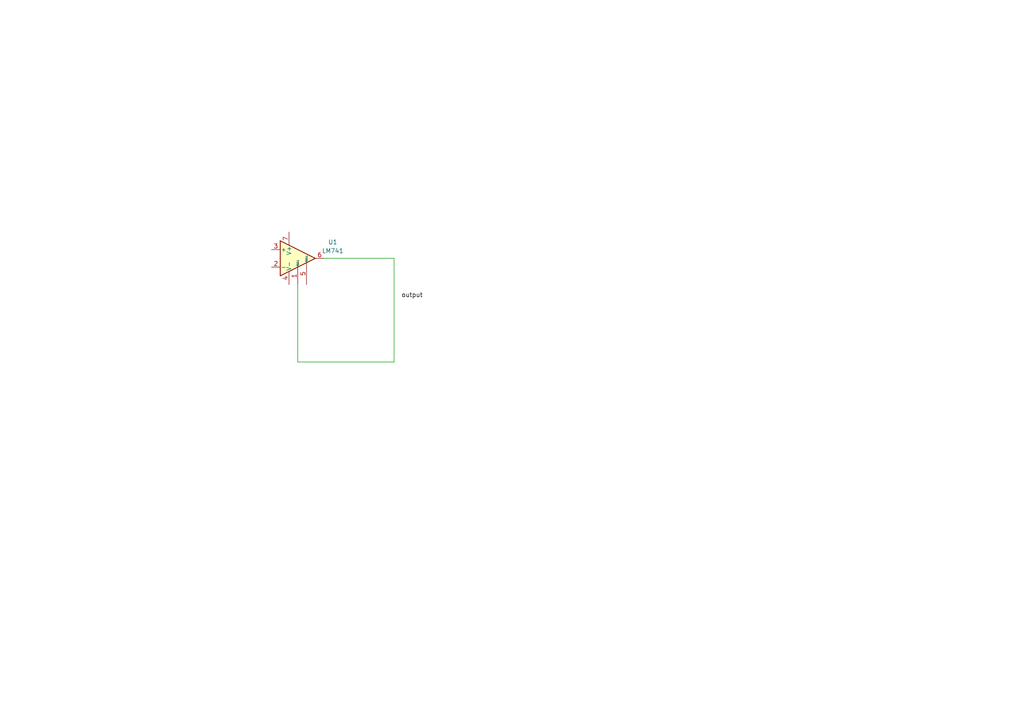
<source format=kicad_sch>
(kicad_sch (version 20211123) (generator eeschema)
  (paper "A4")
  (lib_symbols
    (symbol "Amplifier_Operational:LM741" (pin_names (offset 0.127))
      (property "Reference" "U" (at 0 6.35 0))
      (property "Value" "LM741" (at 0 3.81 0))
      (symbol "LM741_0_1"
        (polyline (pts (xy -5.08 5.08) (xy 5.08 0) (xy -5.08 -5.08) (xy -5.08 5.08)) (stroke (width 0.254)) (fill (type background)))
      )
      (symbol "LM741_1_1"
        (pin input line (at 0 -7.62 90) (length 5.08) (name "NULL") (number "1"))
        (pin input line (at -7.62 -2.54 0) (length 2.54) (name "-") (number "2"))
        (pin input line (at -7.62 2.54 0) (length 2.54) (name "+") (number "3"))
        (pin power_in line (at -2.54 -7.62 90) (length 3.81) (name "V-") (number "4"))
        (pin input line (at 2.54 -7.62 90) (length 6.35) (name "NULL") (number "5"))
        (pin output line (at 7.62 0 180) (length 2.54) (name "~") (number "6"))
        (pin power_in line (at -2.54 7.62 270) (length 3.81) (name "V+") (number "7"))
        (pin no_connect line (at 0 2.54 270) (length 2.54) hide (name "NC") (number "8"))
      )
    )
  )
  (wire (pts (xy 93.98 74.93) (xy 114.3 74.93)))
  (wire (pts (xy 114.3 104.9981) (xy 86.36 104.9981)))
  (wire (pts (xy 114.3 74.93) (xy 114.3 104.9981)))
  (wire (pts (xy 86.36 104.9981) (xy 86.36 82.55)))
  (label "output" (at 116.4 86.6 0))
  (symbol (lib_id "Amplifier_Operational:LM741") (at 86.36 74.93 0) (unit 1)
    (property "Reference" "U1" (at 96.52 70.231 0))
    (property "Value" "LM741" (at 96.52 72.771 0))
    (property "Datasheet" "http://www.ti.com/lit/ds/symlink/lm741.pdf" (effects hide))
  )
)
</source>
